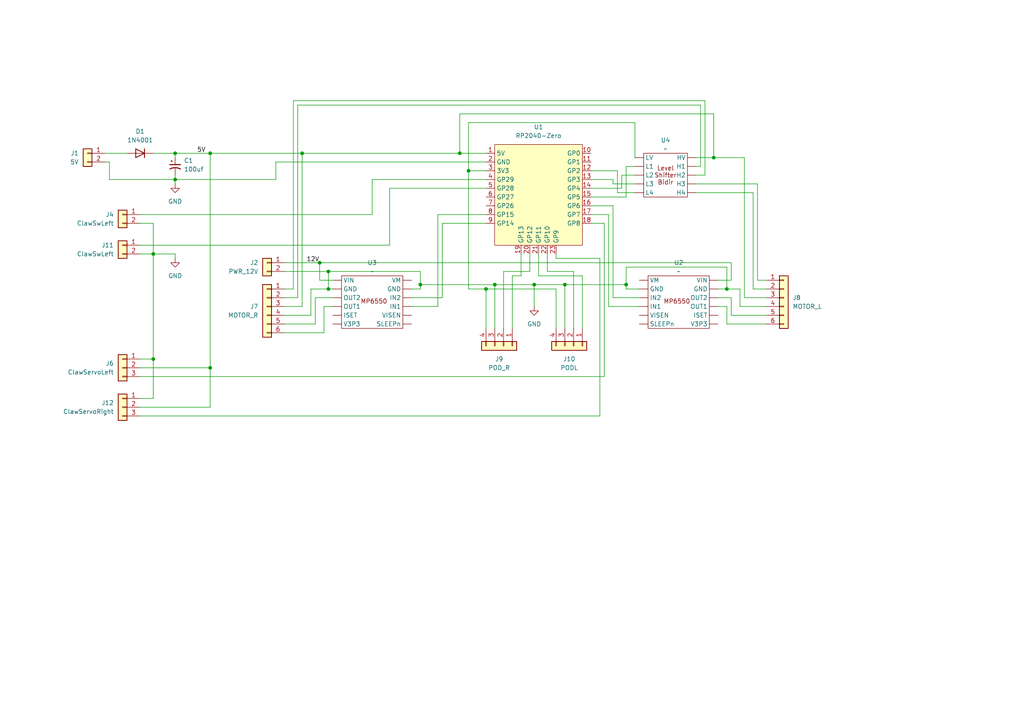
<source format=kicad_sch>
(kicad_sch (version 20250114) (generator "eeschema") (generator_version "9.0")
  (paper "A4")
  (title_block (title "Wheels Controller Board"))
  (lib_symbols
    (symbol "Connector_Generic:Conn_01x02" (pin_names (offset 1.016) (hide yes))
      (property "Reference" "J" (at 0 2.54 0))
      (property "Value" "Conn_01x02" (at 0 -5.08 0))
      (symbol "Conn_01x02_1_1"
        (rectangle (start -1.27 1.27) (end 1.27 -3.81) (stroke (width 0.254)) (fill (type background)))
        (rectangle (start -1.27 0.127) (end 0 -0.127) (stroke (width 0.1524)))
        (rectangle (start -1.27 -2.413) (end 0 -2.667) (stroke (width 0.1524)))
        (pin passive line (at -5.08 0 0) (length 3.81) (name "Pin_1") (number "1"))
        (pin passive line (at -5.08 -2.54 0) (length 3.81) (name "Pin_2") (number "2"))
      )
    )
    (symbol "Connector_Generic:Conn_01x03" (pin_names (offset 1.016) (hide yes))
      (property "Reference" "J" (at 0 5.08 0))
      (property "Value" "Conn_01x03" (at 0 -5.08 0))
      (symbol "Conn_01x03_1_1"
        (rectangle (start -1.27 3.81) (end 1.27 -3.81) (stroke (width 0.254)) (fill (type background)))
        (rectangle (start -1.27 2.667) (end 0 2.413) (stroke (width 0.1524)))
        (rectangle (start -1.27 0.127) (end 0 -0.127) (stroke (width 0.1524)))
        (rectangle (start -1.27 -2.413) (end 0 -2.667) (stroke (width 0.1524)))
        (pin passive line (at -5.08 2.54 0) (length 3.81) (name "Pin_1") (number "1"))
        (pin passive line (at -5.08 0 0) (length 3.81) (name "Pin_2") (number "2"))
        (pin passive line (at -5.08 -2.54 0) (length 3.81) (name "Pin_3") (number "3"))
      )
    )
    (symbol "Connector_Generic:Conn_01x04" (pin_names (offset 1.016) (hide yes))
      (property "Reference" "J" (at 0 5.08 0))
      (property "Value" "Conn_01x04" (at 0 -7.62 0))
      (symbol "Conn_01x04_1_1"
        (rectangle (start -1.27 3.81) (end 1.27 -6.35) (stroke (width 0.254)) (fill (type background)))
        (rectangle (start -1.27 2.667) (end 0 2.413) (stroke (width 0.1524)))
        (rectangle (start -1.27 0.127) (end 0 -0.127) (stroke (width 0.1524)))
        (rectangle (start -1.27 -2.413) (end 0 -2.667) (stroke (width 0.1524)))
        (rectangle (start -1.27 -4.953) (end 0 -5.207) (stroke (width 0.1524)))
        (pin passive line (at -5.08 2.54 0) (length 3.81) (name "Pin_1") (number "1"))
        (pin passive line (at -5.08 0 0) (length 3.81) (name "Pin_2") (number "2"))
        (pin passive line (at -5.08 -2.54 0) (length 3.81) (name "Pin_3") (number "3"))
        (pin passive line (at -5.08 -5.08 0) (length 3.81) (name "Pin_4") (number "4"))
      )
    )
    (symbol "Connector_Generic:Conn_01x06" (pin_names (offset 1.016) (hide yes))
      (property "Reference" "J" (at 0 7.62 0))
      (property "Value" "Conn_01x06" (at 0 -10.16 0))
      (symbol "Conn_01x06_1_1"
        (rectangle (start -1.27 6.35) (end 1.27 -8.89) (stroke (width 0.254)) (fill (type background)))
        (rectangle (start -1.27 5.207) (end 0 4.953) (stroke (width 0.1524)))
        (rectangle (start -1.27 2.667) (end 0 2.413) (stroke (width 0.1524)))
        (rectangle (start -1.27 0.127) (end 0 -0.127) (stroke (width 0.1524)))
        (rectangle (start -1.27 -2.413) (end 0 -2.667) (stroke (width 0.1524)))
        (rectangle (start -1.27 -4.953) (end 0 -5.207) (stroke (width 0.1524)))
        (rectangle (start -1.27 -7.493) (end 0 -7.747) (stroke (width 0.1524)))
        (pin passive line (at -5.08 5.08 0) (length 3.81) (name "Pin_1") (number "1"))
        (pin passive line (at -5.08 2.54 0) (length 3.81) (name "Pin_2") (number "2"))
        (pin passive line (at -5.08 0 0) (length 3.81) (name "Pin_3") (number "3"))
        (pin passive line (at -5.08 -2.54 0) (length 3.81) (name "Pin_4") (number "4"))
        (pin passive line (at -5.08 -5.08 0) (length 3.81) (name "Pin_5") (number "5"))
        (pin passive line (at -5.08 -7.62 0) (length 3.81) (name "Pin_6") (number "6"))
      )
    )
    (symbol "Device:C_Polarized_Small_US" (pin_numbers (hide yes)) (pin_names (offset 0.254) (hide yes))
      (property "Reference" "C" (at 0.254 1.778 0))
      (property "Value" "C_Polarized_Small_US" (at 0.254 -2.032 0))
      (symbol "C_Polarized_Small_US_0_1"
        (polyline (pts (xy -1.524 0.508) (xy 1.524 0.508)) (stroke (width 0.3048)))
        (polyline (pts (xy -1.27 1.524) (xy -0.762 1.524)))
        (polyline (pts (xy -1.016 1.27) (xy -1.016 1.778)))
        (arc (start -1.524 -0.762) (mid 0 -0.3734) (end 1.524 -0.762) (stroke (width 0.3048)))
      )
      (symbol "C_Polarized_Small_US_1_1"
        (pin passive line (at 0 2.54 270) (length 2.032) (name "~") (number "1"))
        (pin passive line (at 0 -2.54 90) (length 2.032) (name "~") (number "2"))
      )
    )
    (symbol "Diode:1N4001" (pin_numbers (hide yes)) (pin_names (hide yes))
      (property "Reference" "D" (at 0 2.54 0))
      (property "Value" "1N4001" (at 0 -2.54 0))
      (symbol "1N4001_0_1"
        (polyline (pts (xy -1.27 1.27) (xy -1.27 -1.27)) (stroke (width 0.254)))
        (polyline (pts (xy 1.27 1.27) (xy 1.27 -1.27) (xy -1.27 0) (xy 1.27 1.27)) (stroke (width 0.254)))
        (polyline (pts (xy 1.27 0) (xy -1.27 0)))
      )
      (symbol "1N4001_1_1"
        (pin passive line (at -3.81 0 0) (length 2.54) (name "K") (number "1"))
        (pin passive line (at 3.81 0 180) (length 2.54) (name "A") (number "2"))
      )
    )
    (symbol "MP6550_Pololu_1"
      (property "Reference" "U" (at 0 0 0))
      (symbol "MP6550_Pololu_1_0_1"
        (rectangle (start -8.89 -2.54) (end 8.89 -17.78))
      )
      (symbol "MP6550_Pololu_1_1_1"
        (text "MP6550\n" (at -0.508 -9.906 0) (effects (font (size 1.27 1.27))))
        (pin power_out line (at -11.43 -3.81 0) (length 2.54) (name "VM") (number ""))
        (pin power_in line (at -11.43 -6.35 0) (length 2.54) (name "GND") (number ""))
        (pin input line (at -11.43 -8.89 0) (length 2.54) (name "IN2") (number ""))
        (pin input line (at -11.43 -11.43 0) (length 2.54) (name "IN1") (number ""))
        (pin output line (at -11.43 -13.97 0) (length 2.54) (name "VISEN") (number ""))
        (pin input line (at -11.43 -16.51 0) (length 2.54) (name "SLEEPn") (number ""))
        (pin power_in line (at 11.43 -3.81 180) (length 2.54) (name "VIN") (number ""))
        (pin power_in line (at 11.43 -6.35 180) (length 2.54) (name "GND") (number ""))
        (pin power_out line (at 11.43 -8.89 180) (length 2.54) (name "OUT2") (number ""))
        (pin power_out line (at 11.43 -11.43 180) (length 2.54) (name "OUT1") (number ""))
        (pin unspecified line (at 11.43 -13.97 180) (length 2.54) (name "ISET") (number ""))
        (pin power_out line (at 11.43 -16.51 180) (length 2.54) (name "V3P3") (number ""))
      )
    )
    (symbol "MyRobot:LvlShift_Pololu"
      (property "Reference" "U" (at 0 0 0))
      (symbol "LvlShift_Pololu_0_1"
        (rectangle (start -6.35 -2.54) (end 6.35 -15.24))
      )
      (symbol "LvlShift_Pololu_1_1"
        (text "Level\nShifter\nBidir\n" (at 0 -8.89 0) (effects (font (size 1.27 1.27))))
        (pin power_in line (at -8.89 -3.81 0) (length 2.54) (name "LV") (number ""))
        (pin bidirectional line (at -8.89 -6.35 0) (length 2.54) (name "L1") (number ""))
        (pin bidirectional line (at -8.89 -8.89 0) (length 2.54) (name "L2") (number ""))
        (pin bidirectional line (at -8.89 -11.43 0) (length 2.54) (name "L3") (number ""))
        (pin bidirectional line (at -8.89 -13.97 0) (length 2.54) (name "L4") (number ""))
        (pin power_in line (at 8.89 -3.81 180) (length 2.54) (name "HV") (number ""))
        (pin bidirectional line (at 8.89 -6.35 180) (length 2.54) (name "H1") (number ""))
        (pin bidirectional line (at 8.89 -8.89 180) (length 2.54) (name "H2") (number ""))
        (pin bidirectional line (at 8.89 -11.43 180) (length 2.54) (name "H3") (number ""))
        (pin bidirectional line (at 8.89 -13.97 180) (length 2.54) (name "H4") (number ""))
      )
    )
    (symbol "MyRobot:MP6550_Pololu"
      (property "Reference" "U" (at 0 0 0))
      (symbol "MP6550_Pololu_0_1"
        (rectangle (start -8.89 -2.54) (end 8.89 -17.78))
      )
      (symbol "MP6550_Pololu_1_1"
        (text "MP6550\n" (at -0.508 -9.906 0) (effects (font (size 1.27 1.27))))
        (pin power_out line (at -11.43 -3.81 0) (length 2.54) (name "VM") (number ""))
        (pin power_in line (at -11.43 -6.35 0) (length 2.54) (name "GND") (number ""))
        (pin input line (at -11.43 -8.89 0) (length 2.54) (name "IN2") (number ""))
        (pin input line (at -11.43 -11.43 0) (length 2.54) (name "IN1") (number ""))
        (pin output line (at -11.43 -13.97 0) (length 2.54) (name "VISEN") (number ""))
        (pin input line (at -11.43 -16.51 0) (length 2.54) (name "SLEEPn") (number ""))
        (pin power_in line (at 11.43 -3.81 180) (length 2.54) (name "VIN") (number ""))
        (pin power_in line (at 11.43 -6.35 180) (length 2.54) (name "GND") (number ""))
        (pin power_out line (at 11.43 -8.89 180) (length 2.54) (name "OUT2") (number ""))
        (pin power_out line (at 11.43 -11.43 180) (length 2.54) (name "OUT1") (number ""))
        (pin unspecified line (at 11.43 -13.97 180) (length 2.54) (name "ISET") (number ""))
        (pin power_out line (at 11.43 -16.51 180) (length 2.54) (name "V3P3") (number ""))
      )
    )
    (symbol "MyRobot:RP2040-Zero"
      (property "Reference" "U" (at 0 0 0))
      (property "Value" "RP2040-Zero" (at 0 8.89 0))
      (symbol "RP2040-Zero_0_1"
        (rectangle (start -12.7 7.62) (end 12.7 -21.59) (fill (type background)))
      )
      (symbol "RP2040-Zero_1_1"
        (pin power_in line (at -15.24 5.08 0) (length 2.54) (name "5V") (number "1"))
        (pin power_in line (at -15.24 2.54 0) (length 2.54) (name "GND") (number "2"))
        (pin power_in line (at -15.24 0 0) (length 2.54) (name "3V3") (number "3"))
        (pin bidirectional line (at -15.24 -2.54 0) (length 2.54) (name "GP29") (number "4"))
        (pin bidirectional line (at -15.24 -5.08 0) (length 2.54) (name "GP28") (number "5"))
        (pin bidirectional line (at -15.24 -7.62 0) (length 2.54) (name "GP27") (number "6"))
        (pin bidirectional line (at -15.24 -10.16 0) (length 2.54) (name "GP26") (number "7"))
        (pin bidirectional line (at -15.24 -12.7 0) (length 2.54) (name "GP15") (number "8"))
        (pin bidirectional line (at -15.24 -15.24 0) (length 2.54) (name "GP14") (number "9"))
        (pin bidirectional line (at -5.08 -24.13 90) (length 2.54) (name "GP13") (number "19"))
        (pin bidirectional line (at -2.54 -24.13 90) (length 2.54) (name "GP12") (number "20"))
        (pin bidirectional line (at 0 -24.13 90) (length 2.54) (name "GP11") (number "21"))
        (pin bidirectional line (at 2.54 -24.13 90) (length 2.54) (name "GP10") (number "22"))
        (pin bidirectional line (at 5.08 -24.13 90) (length 2.54) (name "GP9") (number "23"))
        (pin bidirectional line (at 15.24 5.08 180) (length 2.54) (name "GP0") (number "10"))
        (pin bidirectional line (at 15.24 2.54 180) (length 2.54) (name "GP1") (number "11"))
        (pin bidirectional line (at 15.24 0 180) (length 2.54) (name "GP2") (number "12"))
        (pin bidirectional line (at 15.24 -2.54 180) (length 2.54) (name "GP3") (number "13"))
        (pin bidirectional line (at 15.24 -5.08 180) (length 2.54) (name "GP4") (number "14"))
        (pin bidirectional line (at 15.24 -7.62 180) (length 2.54) (name "GP5") (number "15"))
        (pin bidirectional line (at 15.24 -10.16 180) (length 2.54) (name "GP6") (number "16"))
        (pin bidirectional line (at 15.24 -12.7 180) (length 2.54) (name "GP7") (number "17"))
        (pin bidirectional line (at 15.24 -15.24 180) (length 2.54) (name "GP8") (number "18"))
      )
    )
    (symbol "power:GND" (power) (pin_numbers (hide yes)) (pin_names (offset 0) (hide yes))
      (property "Value" "GND" (at 0 -3.81 0))
      (symbol "GND_0_1"
        (polyline (pts (xy 0 0) (xy 0 -1.27) (xy 1.27 -1.27) (xy 0 -2.54) (xy -1.27 -1.27) (xy 0 -1.27)))
      )
      (symbol "GND_1_1"
        (pin power_in line (at 0 0 270) (length 0) (name "~") (number "1"))
      )
    )
  )
  (junction (at 44.45 73.66))
  (junction (at 92.71 76.2))
  (junction (at 44.45 104.14))
  (junction (at 207.01 45.72))
  (junction (at 87.63 44.45))
  (junction (at 154.94 82.55))
  (junction (at 50.8 52.07))
  (junction (at 95.25 83.82))
  (junction (at 95.25 78.74))
  (junction (at 163.83 82.55))
  (junction (at 135.89 49.53))
  (junction (at 60.96 106.68))
  (junction (at 210.82 83.82))
  (junction (at 50.8 44.45))
  (junction (at 140.97 83.82))
  (junction (at 133.35 44.45))
  (junction (at 121.92 82.55))
  (junction (at 181.61 82.55))
  (junction (at 143.51 82.55))
  (junction (at 60.96 44.45))
  (wire (pts (xy 171.45 49.53) (xy 179.07 49.53)))
  (wire (pts (xy 140.97 44.45) (xy 133.35 44.45)))
  (wire (pts (xy 181.61 83.82) (xy 185.42 83.82)))
  (wire (pts (xy 121.92 83.82) (xy 119.38 83.82)))
  (wire (pts (xy 44.45 44.45) (xy 50.8 44.45)))
  (wire (pts (xy 171.45 57.15) (xy 181.61 57.15)))
  (wire (pts (xy 93.98 88.9) (xy 93.98 96.52)))
  (wire (pts (xy 87.63 88.9) (xy 82.55 88.9)))
  (wire (pts (xy 151.13 73.66) (xy 151.13 80.01)))
  (wire (pts (xy 60.96 44.45) (xy 60.96 106.68)))
  (wire (pts (xy 143.51 82.55) (xy 143.51 95.25)))
  (wire (pts (xy 161.29 73.66) (xy 161.29 74.93)))
  (wire (pts (xy 60.96 106.68) (xy 60.96 118.11)))
  (wire (pts (xy 181.61 77.47) (xy 210.82 77.47)))
  (wire (pts (xy 135.89 83.82) (xy 135.89 49.53)))
  (wire (pts (xy 171.45 54.61) (xy 180.34 54.61)))
  (wire (pts (xy 92.71 76.2) (xy 212.09 76.2)))
  (wire (pts (xy 176.53 62.23) (xy 176.53 88.9)))
  (wire (pts (xy 153.67 73.66) (xy 153.67 78.74)))
  (wire (pts (xy 128.27 86.36) (xy 119.38 86.36)))
  (wire (pts (xy 92.71 76.2) (xy 92.71 81.28)))
  (wire (pts (xy 30.48 46.99) (xy 31.75 46.99)))
  (wire (pts (xy 90.17 91.44) (xy 90.17 83.82)))
  (wire (pts (xy 40.64 64.77) (xy 44.45 64.77)))
  (wire (pts (xy 119.38 88.9) (xy 127 88.9)))
  (wire (pts (xy 181.61 48.26) (xy 184.15 48.26)))
  (wire (pts (xy 177.8 59.69) (xy 177.8 86.36)))
  (wire (pts (xy 85.09 83.82) (xy 85.09 29.21)))
  (wire (pts (xy 113.03 71.12) (xy 113.03 54.61)))
  (wire (pts (xy 173.99 120.65) (xy 40.64 120.65)))
  (wire (pts (xy 50.8 53.34) (xy 50.8 52.07)))
  (wire (pts (xy 177.8 86.36) (xy 185.42 86.36)))
  (wire (pts (xy 96.52 88.9) (xy 93.98 88.9)))
  (wire (pts (xy 86.36 86.36) (xy 86.36 30.48)))
  (wire (pts (xy 82.55 91.44) (xy 90.17 91.44)))
  (wire (pts (xy 50.8 73.66) (xy 50.8 74.93)))
  (wire (pts (xy 179.07 49.53) (xy 179.07 55.88)))
  (wire (pts (xy 171.45 52.07) (xy 177.8 52.07)))
  (wire (pts (xy 92.71 81.28) (xy 96.52 81.28)))
  (wire (pts (xy 96.52 83.82) (xy 95.25 83.82)))
  (wire (pts (xy 161.29 95.25) (xy 161.29 83.82)))
  (wire (pts (xy 207.01 33.02) (xy 207.01 45.72)))
  (wire (pts (xy 208.28 86.36) (xy 212.09 86.36)))
  (wire (pts (xy 50.8 44.45) (xy 60.96 44.45)))
  (wire (pts (xy 210.82 93.98) (xy 222.25 93.98)))
  (wire (pts (xy 133.35 33.02) (xy 207.01 33.02)))
  (wire (pts (xy 156.21 80.01) (xy 168.91 80.01)))
  (wire (pts (xy 82.55 93.98) (xy 91.44 93.98)))
  (wire (pts (xy 44.45 115.57) (xy 40.64 115.57)))
  (wire (pts (xy 201.93 53.34) (xy 219.71 53.34)))
  (wire (pts (xy 212.09 76.2) (xy 212.09 81.28)))
  (wire (pts (xy 201.93 55.88) (xy 218.44 55.88)))
  (wire (pts (xy 148.59 80.01) (xy 148.59 95.25)))
  (wire (pts (xy 87.63 44.45) (xy 133.35 44.45)))
  (wire (pts (xy 212.09 81.28) (xy 208.28 81.28)))
  (wire (pts (xy 140.97 64.77) (xy 128.27 64.77)))
  (wire (pts (xy 140.97 83.82) (xy 140.97 95.25)))
  (wire (pts (xy 31.75 52.07) (xy 50.8 52.07)))
  (wire (pts (xy 91.44 86.36) (xy 96.52 86.36)))
  (wire (pts (xy 121.92 78.74) (xy 121.92 82.55)))
  (wire (pts (xy 140.97 62.23) (xy 127 62.23)))
  (wire (pts (xy 44.45 73.66) (xy 44.45 104.14)))
  (wire (pts (xy 210.82 83.82) (xy 214.63 83.82)))
  (wire (pts (xy 180.34 54.61) (xy 180.34 50.8)))
  (wire (pts (xy 173.99 74.93) (xy 173.99 120.65)))
  (wire (pts (xy 181.61 57.15) (xy 181.61 48.26)))
  (wire (pts (xy 177.8 53.34) (xy 177.8 52.07)))
  (wire (pts (xy 60.96 106.68) (xy 40.64 106.68)))
  (wire (pts (xy 31.75 46.99) (xy 31.75 52.07)))
  (wire (pts (xy 215.9 86.36) (xy 222.25 86.36)))
  (wire (pts (xy 210.82 77.47) (xy 210.82 83.82)))
  (wire (pts (xy 161.29 83.82) (xy 140.97 83.82)))
  (wire (pts (xy 208.28 88.9) (xy 210.82 88.9)))
  (wire (pts (xy 210.82 83.82) (xy 208.28 83.82)))
  (wire (pts (xy 127 62.23) (xy 127 88.9)))
  (wire (pts (xy 82.55 78.74) (xy 95.25 78.74)))
  (wire (pts (xy 204.47 29.21) (xy 204.47 50.8)))
  (wire (pts (xy 212.09 91.44) (xy 222.25 91.44)))
  (wire (pts (xy 171.45 64.77) (xy 175.26 64.77)))
  (wire (pts (xy 82.55 76.2) (xy 92.71 76.2)))
  (wire (pts (xy 218.44 55.88) (xy 218.44 83.82)))
  (wire (pts (xy 40.64 62.23) (xy 107.95 62.23)))
  (wire (pts (xy 203.2 30.48) (xy 203.2 48.26)))
  (wire (pts (xy 95.25 78.74) (xy 121.92 78.74)))
  (wire (pts (xy 128.27 64.77) (xy 128.27 86.36)))
  (wire (pts (xy 212.09 86.36) (xy 212.09 91.44)))
  (wire (pts (xy 44.45 64.77) (xy 44.45 73.66)))
  (wire (pts (xy 219.71 53.34) (xy 219.71 81.28)))
  (wire (pts (xy 44.45 104.14) (xy 44.45 115.57)))
  (wire (pts (xy 175.26 109.22) (xy 40.64 109.22)))
  (wire (pts (xy 140.97 83.82) (xy 135.89 83.82)))
  (wire (pts (xy 85.09 29.21) (xy 204.47 29.21)))
  (wire (pts (xy 50.8 73.66) (xy 44.45 73.66)))
  (wire (pts (xy 30.48 44.45) (xy 36.83 44.45)))
  (wire (pts (xy 176.53 88.9) (xy 185.42 88.9)))
  (wire (pts (xy 207.01 45.72) (xy 201.93 45.72)))
  (wire (pts (xy 50.8 52.07) (xy 50.8 50.8)))
  (wire (pts (xy 171.45 59.69) (xy 177.8 59.69)))
  (wire (pts (xy 82.55 86.36) (xy 86.36 86.36)))
  (wire (pts (xy 184.15 35.56) (xy 184.15 45.72)))
  (wire (pts (xy 153.67 78.74) (xy 146.05 78.74)))
  (wire (pts (xy 40.64 71.12) (xy 113.03 71.12)))
  (wire (pts (xy 163.83 82.55) (xy 181.61 82.55)))
  (wire (pts (xy 82.55 83.82) (xy 85.09 83.82)))
  (wire (pts (xy 146.05 78.74) (xy 146.05 95.25)))
  (wire (pts (xy 40.64 73.66) (xy 44.45 73.66)))
  (wire (pts (xy 135.89 49.53) (xy 135.89 35.56)))
  (wire (pts (xy 168.91 80.01) (xy 168.91 95.25)))
  (wire (pts (xy 50.8 44.45) (xy 50.8 45.72)))
  (wire (pts (xy 179.07 55.88) (xy 184.15 55.88)))
  (wire (pts (xy 60.96 118.11) (xy 40.64 118.11)))
  (wire (pts (xy 80.01 46.99) (xy 140.97 46.99)))
  (wire (pts (xy 207.01 45.72) (xy 215.9 45.72)))
  (wire (pts (xy 154.94 82.55) (xy 143.51 82.55)))
  (wire (pts (xy 177.8 53.34) (xy 184.15 53.34)))
  (wire (pts (xy 181.61 82.55) (xy 181.61 77.47)))
  (wire (pts (xy 214.63 88.9) (xy 222.25 88.9)))
  (wire (pts (xy 163.83 82.55) (xy 154.94 82.55)))
  (wire (pts (xy 80.01 52.07) (xy 80.01 46.99)))
  (wire (pts (xy 40.64 104.14) (xy 44.45 104.14)))
  (wire (pts (xy 219.71 81.28) (xy 222.25 81.28)))
  (wire (pts (xy 87.63 44.45) (xy 87.63 88.9)))
  (wire (pts (xy 93.98 96.52) (xy 82.55 96.52)))
  (wire (pts (xy 180.34 50.8) (xy 184.15 50.8)))
  (wire (pts (xy 91.44 93.98) (xy 91.44 86.36)))
  (wire (pts (xy 204.47 50.8) (xy 201.93 50.8)))
  (wire (pts (xy 107.95 52.07) (xy 140.97 52.07)))
  (wire (pts (xy 215.9 45.72) (xy 215.9 86.36)))
  (wire (pts (xy 218.44 83.82) (xy 222.25 83.82)))
  (wire (pts (xy 107.95 62.23) (xy 107.95 52.07)))
  (wire (pts (xy 158.75 78.74) (xy 166.37 78.74)))
  (wire (pts (xy 181.61 82.55) (xy 181.61 83.82)))
  (wire (pts (xy 86.36 30.48) (xy 203.2 30.48)))
  (wire (pts (xy 151.13 80.01) (xy 148.59 80.01)))
  (wire (pts (xy 113.03 54.61) (xy 140.97 54.61)))
  (wire (pts (xy 214.63 83.82) (xy 214.63 88.9)))
  (wire (pts (xy 60.96 44.45) (xy 87.63 44.45)))
  (wire (pts (xy 171.45 62.23) (xy 176.53 62.23)))
  (wire (pts (xy 90.17 83.82) (xy 95.25 83.82)))
  (wire (pts (xy 210.82 88.9) (xy 210.82 93.98)))
  (wire (pts (xy 203.2 48.26) (xy 201.93 48.26)))
  (wire (pts (xy 121.92 82.55) (xy 121.92 83.82)))
  (wire (pts (xy 166.37 78.74) (xy 166.37 95.25)))
  (wire (pts (xy 163.83 95.25) (xy 163.83 82.55)))
  (wire (pts (xy 50.8 52.07) (xy 80.01 52.07)))
  (wire (pts (xy 175.26 64.77) (xy 175.26 109.22)))
  (wire (pts (xy 158.75 73.66) (xy 158.75 78.74)))
  (wire (pts (xy 135.89 49.53) (xy 140.97 49.53)))
  (wire (pts (xy 135.89 35.56) (xy 184.15 35.56)))
  (wire (pts (xy 154.94 82.55) (xy 154.94 88.9)))
  (wire (pts (xy 133.35 44.45) (xy 133.35 33.02)))
  (wire (pts (xy 156.21 73.66) (xy 156.21 80.01)))
  (wire (pts (xy 161.29 74.93) (xy 173.99 74.93)))
  (wire (pts (xy 95.25 83.82) (xy 95.25 78.74)))
  (wire (pts (xy 143.51 82.55) (xy 121.92 82.55)))
  (label "12V" (at 88.9 76.2 0))
  (label "5V" (at 57.15 44.45 0))
  (symbol (lib_id "MyRobot:LvlShift_Pololu") (at 193.04 41.91 0) (unit 1)
    (property "Reference" "U4" (at 193.04 40.64 0))
    (property "Value" "~" (at 193.04 43.18 0))
  )
  (symbol (lib_id "Connector_Generic:Conn_01x04") (at 146.05 100.33 270) (unit 1)
    (property "Reference" "J9" (at 144.78 104.14 90))
    (property "Value" "POD_R" (at 144.78 106.68 90))
    (property "Description" "Generic connector, single row, 01x04, script generated (kicad-library-utils/schlib/autogen/connector/)" (effects (hide yes)))
  )
  (symbol (lib_id "Connector_Generic:Conn_01x02") (at 35.56 62.23 0) (mirror y) (unit 1)
    (property "Reference" "J4" (at 33.02 62.2299 0) (effects (justify left)))
    (property "Value" "ClawSwLeft" (at 33.02 64.7699 0) (effects (justify left)))
    (property "Description" "Generic connector, single row, 01x02, script generated (kicad-library-utils/schlib/autogen/connector/)" (effects (hide yes)))
  )
  (symbol (lib_id "Connector_Generic:Conn_01x03") (at 35.56 118.11 0) (mirror y) (unit 1)
    (property "Reference" "J12" (at 33.02 116.8399 0) (effects (justify left)))
    (property "Value" "ClawServoRight" (at 33.02 119.3799 0) (effects (justify left)))
    (property "Description" "Generic connector, single row, 01x03, script generated (kicad-library-utils/schlib/autogen/connector/)" (effects (hide yes)))
  )
  (symbol (lib_id "Connector_Generic:Conn_01x06") (at 77.47 88.9 0) (mirror y) (unit 1)
    (property "Reference" "J7" (at 74.93 88.8999 0) (effects (justify left)))
    (property "Value" "MOTOR_R" (at 74.93 91.4399 0) (effects (justify left)))
    (property "Description" "Generic connector, single row, 01x06, script generated (kicad-library-utils/schlib/autogen/connector/)" (effects (hide yes)))
  )
  (symbol (lib_id "MyRobot:RP2040-Zero") (at 156.21 49.53 0) (unit 1)
    (property "Reference" "U1" (at 156.21 36.83 0))
    (property "Value" "RP2040-Zero" (at 156.21 39.37 0))
  )
  (symbol (lib_id "Device:C_Polarized_Small_US") (at 50.8 48.26 0) (unit 1)
    (property "Reference" "C1" (at 53.34 46.5581 0) (effects (justify left)))
    (property "Value" "100uf" (at 53.34 49.0981 0) (effects (justify left)))
    (property "Description" "Polarized capacitor, small US symbol" (effects (hide yes)))
  )
  (symbol (lib_id "Diode:1N4001") (at 40.64 44.45 0) (mirror y) (unit 1)
    (property "Reference" "D1" (at 40.64 38.1 0))
    (property "Value" "1N4001" (at 40.64 40.64 0))
    (property "Footprint" "Diode_THT:D_DO-41_SOD81_P10.16mm_Horizontal" (effects (hide yes)))
    (property "Datasheet" "http://www.vishay.com/docs/88503/1n4001.pdf" (effects (hide yes)))
    (property "Description" "50V 1A General Purpose Rectifier Diode, DO-41" (effects (hide yes)))
    (property "Sim.Device" "D" (effects (hide yes)))
    (property "Sim.Pins" "1=K 2=A" (effects (hide yes)))
  )
  (symbol (lib_id "Connector_Generic:Conn_01x02") (at 35.56 71.12 0) (mirror y) (unit 1)
    (property "Reference" "J11" (at 33.02 71.1199 0) (effects (justify left)))
    (property "Value" "ClawSwLeft" (at 33.02 73.6599 0) (effects (justify left)))
    (property "Description" "Generic connector, single row, 01x02, script generated (kicad-library-utils/schlib/autogen/connector/)" (effects (hide yes)))
  )
  (symbol (lib_id "power:GND") (at 50.8 74.93 0) (unit 1)
    (property "Reference" "#PWR02" (effects (hide yes)))
    (property "Value" "GND" (at 50.8 80.01 0))
    (property "Description" "Power symbol creates a global label with name \"GND\" , ground" (effects (hide yes)))
  )
  (symbol (lib_id "Connector_Generic:Conn_01x02") (at 77.47 76.2 0) (mirror y) (unit 1)
    (property "Reference" "J2" (at 74.93 76.1999 0) (effects (justify left)))
    (property "Value" "PWR_12V" (at 74.93 78.7399 0) (effects (justify left)))
    (property "Description" "Generic connector, single row, 01x02, script generated (kicad-library-utils/schlib/autogen/connector/)" (effects (hide yes)))
  )
  (symbol (lib_id "Connector_Generic:Conn_01x02") (at 25.4 44.45 0) (mirror y) (unit 1)
    (property "Reference" "J1" (at 22.86 44.4499 0) (effects (justify left)))
    (property "Value" "5V" (at 22.86 46.9899 0) (effects (justify left)))
    (property "Description" "Generic connector, single row, 01x02, script generated (kicad-library-utils/schlib/autogen/connector/)" (effects (hide yes)))
  )
  (symbol (lib_id "Connector_Generic:Conn_01x04") (at 166.37 100.33 270) (unit 1)
    (property "Reference" "J10" (at 165.1 104.14 90))
    (property "Value" "PODL" (at 165.1 106.68 90))
    (property "Description" "Generic connector, single row, 01x04, script generated (kicad-library-utils/schlib/autogen/connector/)" (effects (hide yes)))
  )
  (symbol (lib_name "MP6550_Pololu_1") (lib_id "MyRobot:MP6550_Pololu") (at 107.95 77.47 0) (mirror y) (unit 1)
    (property "Reference" "U3" (at 107.95 76.2 0))
    (property "Value" "~" (at 107.95 78.74 0))
  )
  (symbol (lib_id "power:GND") (at 50.8 53.34 0) (unit 1)
    (property "Reference" "#PWR01" (effects (hide yes)))
    (property "Value" "GND" (at 50.8 58.42 0))
    (property "Description" "Power symbol creates a global label with name \"GND\" , ground" (effects (hide yes)))
  )
  (symbol (lib_id "Connector_Generic:Conn_01x06") (at 227.33 86.36 0) (unit 1)
    (property "Reference" "J8" (at 229.87 86.3599 0) (effects (justify left)))
    (property "Value" "MOTOR_L" (at 229.87 88.8999 0) (effects (justify left)))
    (property "Description" "Generic connector, single row, 01x06, script generated (kicad-library-utils/schlib/autogen/connector/)" (effects (hide yes)))
  )
  (symbol (lib_id "MyRobot:MP6550_Pololu") (at 196.85 77.47 0) (unit 1)
    (property "Reference" "U2" (at 196.85 76.2 0))
    (property "Value" "~" (at 196.85 78.74 0))
  )
  (symbol (lib_id "power:GND") (at 154.94 88.9 0) (unit 1)
    (property "Reference" "#PWR03" (effects (hide yes)))
    (property "Value" "GND" (at 154.94 93.98 0))
    (property "Description" "Power symbol creates a global label with name \"GND\" , ground" (effects (hide yes)))
  )
  (symbol (lib_id "Connector_Generic:Conn_01x03") (at 35.56 106.68 0) (mirror y) (unit 1)
    (property "Reference" "J6" (at 33.02 105.4099 0) (effects (justify left)))
    (property "Value" "ClawServoLeft" (at 33.02 107.9499 0) (effects (justify left)))
    (property "Description" "Generic connector, single row, 01x03, script generated (kicad-library-utils/schlib/autogen/connector/)" (effects (hide yes)))
  )
)
</source>
